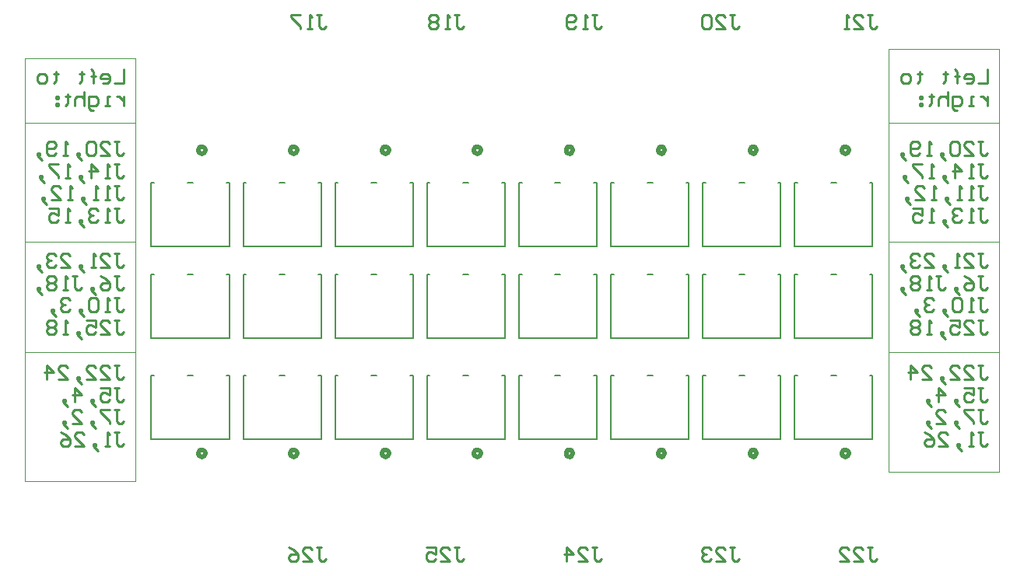
<source format=gbo>
G04*
G04 #@! TF.GenerationSoftware,Altium Limited,Altium Designer,21.1.1 (26)*
G04*
G04 Layer_Color=32896*
%FSLAX25Y25*%
%MOIN*%
G70*
G04*
G04 #@! TF.SameCoordinates,58CD008A-62D3-454E-892D-416297C2E113*
G04*
G04*
G04 #@! TF.FilePolarity,Positive*
G04*
G01*
G75*
%ADD12C,0.01000*%
%ADD31C,0.02000*%
%ADD32C,0.00394*%
%ADD33C,0.00600*%
D12*
X164354Y357473D02*
Y351475D01*
X160356D01*
X155357D02*
X157357D01*
X158356Y352474D01*
Y354474D01*
X157357Y355473D01*
X155357D01*
X154358Y354474D01*
Y353474D01*
X158356D01*
X151358Y351475D02*
Y356473D01*
Y354474D01*
X152358D01*
X150359D01*
X151358D01*
Y356473D01*
X150359Y357473D01*
X146360Y356473D02*
Y355473D01*
X147360D01*
X145361D01*
X146360D01*
Y352474D01*
X145361Y351475D01*
X135364Y356473D02*
Y355473D01*
X136363D01*
X134364D01*
X135364D01*
Y352474D01*
X134364Y351475D01*
X130365D02*
X128366D01*
X127366Y352474D01*
Y354474D01*
X128366Y355473D01*
X130365D01*
X131365Y354474D01*
Y352474D01*
X130365Y351475D01*
X164354Y345876D02*
Y341877D01*
Y343877D01*
X163355Y344876D01*
X162355Y345876D01*
X161355D01*
X158356Y341877D02*
X156357D01*
X157357D01*
Y345876D01*
X158356D01*
X151358Y339878D02*
X150359D01*
X149359Y340878D01*
Y345876D01*
X152358D01*
X153358Y344876D01*
Y342877D01*
X152358Y341877D01*
X149359D01*
X147360Y347875D02*
Y341877D01*
Y344876D01*
X146360Y345876D01*
X144361D01*
X143361Y344876D01*
Y341877D01*
X140362Y346876D02*
Y345876D01*
X141362D01*
X139362D01*
X140362D01*
Y342877D01*
X139362Y341877D01*
X136363Y345876D02*
X135364D01*
Y344876D01*
X136363D01*
Y345876D01*
Y342877D02*
X135364D01*
Y341877D01*
X136363D01*
Y342877D01*
X160356Y326680D02*
X162355D01*
X161355D01*
Y321682D01*
X162355Y320683D01*
X163355D01*
X164354Y321682D01*
X154358Y320683D02*
X158356D01*
X154358Y324681D01*
Y325681D01*
X155357Y326680D01*
X157357D01*
X158356Y325681D01*
X152358D02*
X151358Y326680D01*
X149359D01*
X148360Y325681D01*
Y321682D01*
X149359Y320683D01*
X151358D01*
X152358Y321682D01*
Y325681D01*
X145361Y319683D02*
X144361Y320683D01*
Y321682D01*
X145361D01*
Y320683D01*
X144361D01*
X145361Y319683D01*
X146360Y318683D01*
X140362Y320683D02*
X138363D01*
X139362D01*
Y326680D01*
X140362Y325681D01*
X135364Y321682D02*
X134364Y320683D01*
X132365D01*
X131365Y321682D01*
Y325681D01*
X132365Y326680D01*
X134364D01*
X135364Y325681D01*
Y324681D01*
X134364Y323681D01*
X131365D01*
X128366Y319683D02*
X127366Y320683D01*
Y321682D01*
X128366D01*
Y320683D01*
X127366D01*
X128366Y319683D01*
X129366Y318683D01*
X160356Y317083D02*
X162355D01*
X161355D01*
Y312085D01*
X162355Y311085D01*
X163355D01*
X164354Y312085D01*
X158356Y311085D02*
X156357D01*
X157357D01*
Y317083D01*
X158356Y316083D01*
X150359Y311085D02*
Y317083D01*
X153358Y314084D01*
X149359D01*
X146360Y310085D02*
X145361Y311085D01*
Y312085D01*
X146360D01*
Y311085D01*
X145361D01*
X146360Y310085D01*
X147360Y309085D01*
X141362Y311085D02*
X139362D01*
X140362D01*
Y317083D01*
X141362Y316083D01*
X136363Y317083D02*
X132365D01*
Y316083D01*
X136363Y312085D01*
Y311085D01*
X129366Y310085D02*
X128366Y311085D01*
Y312085D01*
X129366D01*
Y311085D01*
X128366D01*
X129366Y310085D01*
X130365Y309085D01*
X160356Y307485D02*
X162355D01*
X161355D01*
Y302487D01*
X162355Y301487D01*
X163355D01*
X164354Y302487D01*
X158356Y301487D02*
X156357D01*
X157357D01*
Y307485D01*
X158356Y306486D01*
X153358Y301487D02*
X151358D01*
X152358D01*
Y307485D01*
X153358Y306486D01*
X147360Y300487D02*
X146360Y301487D01*
Y302487D01*
X147360D01*
Y301487D01*
X146360D01*
X147360Y300487D01*
X148360Y299488D01*
X142361Y301487D02*
X140362D01*
X141362D01*
Y307485D01*
X142361Y306486D01*
X133364Y301487D02*
X137363D01*
X133364Y305486D01*
Y306486D01*
X134364Y307485D01*
X136363D01*
X137363Y306486D01*
X130365Y300487D02*
X129366Y301487D01*
Y302487D01*
X130365D01*
Y301487D01*
X129366D01*
X130365Y300487D01*
X131365Y299488D01*
X160356Y297887D02*
X162355D01*
X161355D01*
Y292889D01*
X162355Y291889D01*
X163355D01*
X164354Y292889D01*
X158356Y291889D02*
X156357D01*
X157357D01*
Y297887D01*
X158356Y296888D01*
X153358D02*
X152358Y297887D01*
X150359D01*
X149359Y296888D01*
Y295888D01*
X150359Y294888D01*
X151358D01*
X150359D01*
X149359Y293889D01*
Y292889D01*
X150359Y291889D01*
X152358D01*
X153358Y292889D01*
X146360Y290890D02*
X145361Y291889D01*
Y292889D01*
X146360D01*
Y291889D01*
X145361D01*
X146360Y290890D01*
X147360Y289890D01*
X141362Y291889D02*
X139362D01*
X140362D01*
Y297887D01*
X141362Y296888D01*
X132365Y297887D02*
X136363D01*
Y294888D01*
X134364Y295888D01*
X133364D01*
X132365Y294888D01*
Y292889D01*
X133364Y291889D01*
X135364D01*
X136363Y292889D01*
X160356Y278692D02*
X162355D01*
X161355D01*
Y273694D01*
X162355Y272694D01*
X163355D01*
X164354Y273694D01*
X154358Y272694D02*
X158356D01*
X154358Y276693D01*
Y277693D01*
X155357Y278692D01*
X157357D01*
X158356Y277693D01*
X152358Y272694D02*
X150359D01*
X151358D01*
Y278692D01*
X152358Y277693D01*
X146360Y271694D02*
X145361Y272694D01*
Y273694D01*
X146360D01*
Y272694D01*
X145361D01*
X146360Y271694D01*
X147360Y270695D01*
X137363Y272694D02*
X141362D01*
X137363Y276693D01*
Y277693D01*
X138363Y278692D01*
X140362D01*
X141362Y277693D01*
X135364D02*
X134364Y278692D01*
X132365D01*
X131365Y277693D01*
Y276693D01*
X132365Y275693D01*
X133364D01*
X132365D01*
X131365Y274693D01*
Y273694D01*
X132365Y272694D01*
X134364D01*
X135364Y273694D01*
X128366Y271694D02*
X127366Y272694D01*
Y273694D01*
X128366D01*
Y272694D01*
X127366D01*
X128366Y271694D01*
X129366Y270695D01*
X160356Y269094D02*
X162355D01*
X161355D01*
Y264096D01*
X162355Y263096D01*
X163355D01*
X164354Y264096D01*
X154358Y269094D02*
X156357Y268095D01*
X158356Y266095D01*
Y264096D01*
X157357Y263096D01*
X155357D01*
X154358Y264096D01*
Y265096D01*
X155357Y266095D01*
X158356D01*
X151358Y262097D02*
X150359Y263096D01*
Y264096D01*
X151358D01*
Y263096D01*
X150359D01*
X151358Y262097D01*
X152358Y261097D01*
X142361Y269094D02*
X144361D01*
X143361D01*
Y264096D01*
X144361Y263096D01*
X145361D01*
X146360Y264096D01*
X140362Y263096D02*
X138363D01*
X139362D01*
Y269094D01*
X140362Y268095D01*
X135364D02*
X134364Y269094D01*
X132365D01*
X131365Y268095D01*
Y267095D01*
X132365Y266095D01*
X131365Y265096D01*
Y264096D01*
X132365Y263096D01*
X134364D01*
X135364Y264096D01*
Y265096D01*
X134364Y266095D01*
X135364Y267095D01*
Y268095D01*
X134364Y266095D02*
X132365D01*
X128366Y262097D02*
X127366Y263096D01*
Y264096D01*
X128366D01*
Y263096D01*
X127366D01*
X128366Y262097D01*
X129366Y261097D01*
X160356Y259497D02*
X162355D01*
X161355D01*
Y254498D01*
X162355Y253499D01*
X163355D01*
X164354Y254498D01*
X158356Y253499D02*
X156357D01*
X157357D01*
Y259497D01*
X158356Y258497D01*
X153358D02*
X152358Y259497D01*
X150359D01*
X149359Y258497D01*
Y254498D01*
X150359Y253499D01*
X152358D01*
X153358Y254498D01*
Y258497D01*
X146360Y252499D02*
X145361Y253499D01*
Y254498D01*
X146360D01*
Y253499D01*
X145361D01*
X146360Y252499D01*
X147360Y251499D01*
X141362Y258497D02*
X140362Y259497D01*
X138363D01*
X137363Y258497D01*
Y257498D01*
X138363Y256498D01*
X139362D01*
X138363D01*
X137363Y255498D01*
Y254498D01*
X138363Y253499D01*
X140362D01*
X141362Y254498D01*
X134364Y252499D02*
X133364Y253499D01*
Y254498D01*
X134364D01*
Y253499D01*
X133364D01*
X134364Y252499D01*
X135364Y251499D01*
X160356Y249899D02*
X162355D01*
X161355D01*
Y244901D01*
X162355Y243901D01*
X163355D01*
X164354Y244901D01*
X154358Y243901D02*
X158356D01*
X154358Y247900D01*
Y248900D01*
X155357Y249899D01*
X157357D01*
X158356Y248900D01*
X148360Y249899D02*
X152358D01*
Y246900D01*
X150359Y247900D01*
X149359D01*
X148360Y246900D01*
Y244901D01*
X149359Y243901D01*
X151358D01*
X152358Y244901D01*
X145361Y242901D02*
X144361Y243901D01*
Y244901D01*
X145361D01*
Y243901D01*
X144361D01*
X145361Y242901D01*
X146360Y241902D01*
X140362Y243901D02*
X138363D01*
X139362D01*
Y249899D01*
X140362Y248900D01*
X135364D02*
X134364Y249899D01*
X132365D01*
X131365Y248900D01*
Y247900D01*
X132365Y246900D01*
X131365Y245900D01*
Y244901D01*
X132365Y243901D01*
X134364D01*
X135364Y244901D01*
Y245900D01*
X134364Y246900D01*
X135364Y247900D01*
Y248900D01*
X134364Y246900D02*
X132365D01*
X160356Y230704D02*
X162355D01*
X161355D01*
Y225705D01*
X162355Y224706D01*
X163355D01*
X164354Y225705D01*
X154358Y224706D02*
X158356D01*
X154358Y228705D01*
Y229704D01*
X155357Y230704D01*
X157357D01*
X158356Y229704D01*
X148360Y224706D02*
X152358D01*
X148360Y228705D01*
Y229704D01*
X149359Y230704D01*
X151358D01*
X152358Y229704D01*
X145361Y223706D02*
X144361Y224706D01*
Y225705D01*
X145361D01*
Y224706D01*
X144361D01*
X145361Y223706D01*
X146360Y222706D01*
X136363Y224706D02*
X140362D01*
X136363Y228705D01*
Y229704D01*
X137363Y230704D01*
X139362D01*
X140362Y229704D01*
X131365Y224706D02*
Y230704D01*
X134364Y227705D01*
X130365D01*
X160356Y221106D02*
X162355D01*
X161355D01*
Y216108D01*
X162355Y215108D01*
X163355D01*
X164354Y216108D01*
X154358Y221106D02*
X158356D01*
Y218107D01*
X156357Y219107D01*
X155357D01*
X154358Y218107D01*
Y216108D01*
X155357Y215108D01*
X157357D01*
X158356Y216108D01*
X151358Y214108D02*
X150359Y215108D01*
Y216108D01*
X151358D01*
Y215108D01*
X150359D01*
X151358Y214108D01*
X152358Y213109D01*
X143361Y215108D02*
Y221106D01*
X146360Y218107D01*
X142361D01*
X139362Y214108D02*
X138363Y215108D01*
Y216108D01*
X139362D01*
Y215108D01*
X138363D01*
X139362Y214108D01*
X140362Y213109D01*
X160356Y211508D02*
X162355D01*
X161355D01*
Y206510D01*
X162355Y205510D01*
X163355D01*
X164354Y206510D01*
X158356Y211508D02*
X154358D01*
Y210509D01*
X158356Y206510D01*
Y205510D01*
X151358Y204511D02*
X150359Y205510D01*
Y206510D01*
X151358D01*
Y205510D01*
X150359D01*
X151358Y204511D01*
X152358Y203511D01*
X142361Y205510D02*
X146360D01*
X142361Y209509D01*
Y210509D01*
X143361Y211508D01*
X145361D01*
X146360Y210509D01*
X139362Y204511D02*
X138363Y205510D01*
Y206510D01*
X139362D01*
Y205510D01*
X138363D01*
X139362Y204511D01*
X140362Y203511D01*
X160356Y201911D02*
X162355D01*
X161355D01*
Y196912D01*
X162355Y195913D01*
X163355D01*
X164354Y196912D01*
X158356Y195913D02*
X156357D01*
X157357D01*
Y201911D01*
X158356Y200911D01*
X152358Y194913D02*
X151358Y195913D01*
Y196912D01*
X152358D01*
Y195913D01*
X151358D01*
X152358Y194913D01*
X153358Y193913D01*
X143361Y195913D02*
X147360D01*
X143361Y199911D01*
Y200911D01*
X144361Y201911D01*
X146360D01*
X147360Y200911D01*
X137363Y201911D02*
X139362Y200911D01*
X141362Y198912D01*
Y196912D01*
X140362Y195913D01*
X138363D01*
X137363Y196912D01*
Y197912D01*
X138363Y198912D01*
X141362D01*
X534433Y357473D02*
Y351475D01*
X530434D01*
X525436D02*
X527435D01*
X528435Y352474D01*
Y354474D01*
X527435Y355473D01*
X525436D01*
X524436Y354474D01*
Y353474D01*
X528435D01*
X521437Y351475D02*
Y356473D01*
Y354474D01*
X522437D01*
X520438D01*
X521437D01*
Y356473D01*
X520438Y357473D01*
X516439Y356473D02*
Y355473D01*
X517439D01*
X515439D01*
X516439D01*
Y352474D01*
X515439Y351475D01*
X505442Y356473D02*
Y355473D01*
X506442D01*
X504443D01*
X505442D01*
Y352474D01*
X504443Y351475D01*
X500444D02*
X498445D01*
X497445Y352474D01*
Y354474D01*
X498445Y355473D01*
X500444D01*
X501444Y354474D01*
Y352474D01*
X500444Y351475D01*
X534433Y345876D02*
Y341877D01*
Y343877D01*
X533433Y344876D01*
X532434Y345876D01*
X531434D01*
X528435Y341877D02*
X526436D01*
X527435D01*
Y345876D01*
X528435D01*
X521437Y339878D02*
X520438D01*
X519438Y340878D01*
Y345876D01*
X522437D01*
X523437Y344876D01*
Y342877D01*
X522437Y341877D01*
X519438D01*
X517439Y347875D02*
Y341877D01*
Y344876D01*
X516439Y345876D01*
X514439D01*
X513440Y344876D01*
Y341877D01*
X510441Y346876D02*
Y345876D01*
X511441D01*
X509441D01*
X510441D01*
Y342877D01*
X509441Y341877D01*
X506442Y345876D02*
X505442D01*
Y344876D01*
X506442D01*
Y345876D01*
Y342877D02*
X505442D01*
Y341877D01*
X506442D01*
Y342877D01*
X530434Y326680D02*
X532434D01*
X531434D01*
Y321682D01*
X532434Y320683D01*
X533433D01*
X534433Y321682D01*
X524436Y320683D02*
X528435D01*
X524436Y324681D01*
Y325681D01*
X525436Y326680D01*
X527435D01*
X528435Y325681D01*
X522437D02*
X521437Y326680D01*
X519438D01*
X518438Y325681D01*
Y321682D01*
X519438Y320683D01*
X521437D01*
X522437Y321682D01*
Y325681D01*
X515439Y319683D02*
X514439Y320683D01*
Y321682D01*
X515439D01*
Y320683D01*
X514439D01*
X515439Y319683D01*
X516439Y318683D01*
X510441Y320683D02*
X508441D01*
X509441D01*
Y326680D01*
X510441Y325681D01*
X505442Y321682D02*
X504443Y320683D01*
X502443D01*
X501444Y321682D01*
Y325681D01*
X502443Y326680D01*
X504443D01*
X505442Y325681D01*
Y324681D01*
X504443Y323681D01*
X501444D01*
X498445Y319683D02*
X497445Y320683D01*
Y321682D01*
X498445D01*
Y320683D01*
X497445D01*
X498445Y319683D01*
X499444Y318683D01*
X530434Y317083D02*
X532434D01*
X531434D01*
Y312085D01*
X532434Y311085D01*
X533433D01*
X534433Y312085D01*
X528435Y311085D02*
X526436D01*
X527435D01*
Y317083D01*
X528435Y316083D01*
X520438Y311085D02*
Y317083D01*
X523437Y314084D01*
X519438D01*
X516439Y310085D02*
X515439Y311085D01*
Y312085D01*
X516439D01*
Y311085D01*
X515439D01*
X516439Y310085D01*
X517439Y309085D01*
X511441Y311085D02*
X509441D01*
X510441D01*
Y317083D01*
X511441Y316083D01*
X506442Y317083D02*
X502443D01*
Y316083D01*
X506442Y312085D01*
Y311085D01*
X499444Y310085D02*
X498445Y311085D01*
Y312085D01*
X499444D01*
Y311085D01*
X498445D01*
X499444Y310085D01*
X500444Y309085D01*
X530434Y307485D02*
X532434D01*
X531434D01*
Y302487D01*
X532434Y301487D01*
X533433D01*
X534433Y302487D01*
X528435Y301487D02*
X526436D01*
X527435D01*
Y307485D01*
X528435Y306486D01*
X523437Y301487D02*
X521437D01*
X522437D01*
Y307485D01*
X523437Y306486D01*
X517439Y300487D02*
X516439Y301487D01*
Y302487D01*
X517439D01*
Y301487D01*
X516439D01*
X517439Y300487D01*
X518438Y299488D01*
X512440Y301487D02*
X510441D01*
X511441D01*
Y307485D01*
X512440Y306486D01*
X503443Y301487D02*
X507442D01*
X503443Y305486D01*
Y306486D01*
X504443Y307485D01*
X506442D01*
X507442Y306486D01*
X500444Y300487D02*
X499444Y301487D01*
Y302487D01*
X500444D01*
Y301487D01*
X499444D01*
X500444Y300487D01*
X501444Y299488D01*
X530434Y297887D02*
X532434D01*
X531434D01*
Y292889D01*
X532434Y291889D01*
X533433D01*
X534433Y292889D01*
X528435Y291889D02*
X526436D01*
X527435D01*
Y297887D01*
X528435Y296888D01*
X523437D02*
X522437Y297887D01*
X520438D01*
X519438Y296888D01*
Y295888D01*
X520438Y294888D01*
X521437D01*
X520438D01*
X519438Y293889D01*
Y292889D01*
X520438Y291889D01*
X522437D01*
X523437Y292889D01*
X516439Y290890D02*
X515439Y291889D01*
Y292889D01*
X516439D01*
Y291889D01*
X515439D01*
X516439Y290890D01*
X517439Y289890D01*
X511441Y291889D02*
X509441D01*
X510441D01*
Y297887D01*
X511441Y296888D01*
X502443Y297887D02*
X506442D01*
Y294888D01*
X504443Y295888D01*
X503443D01*
X502443Y294888D01*
Y292889D01*
X503443Y291889D01*
X505442D01*
X506442Y292889D01*
X530434Y278692D02*
X532434D01*
X531434D01*
Y273694D01*
X532434Y272694D01*
X533433D01*
X534433Y273694D01*
X524436Y272694D02*
X528435D01*
X524436Y276693D01*
Y277693D01*
X525436Y278692D01*
X527435D01*
X528435Y277693D01*
X522437Y272694D02*
X520438D01*
X521437D01*
Y278692D01*
X522437Y277693D01*
X516439Y271694D02*
X515439Y272694D01*
Y273694D01*
X516439D01*
Y272694D01*
X515439D01*
X516439Y271694D01*
X517439Y270695D01*
X507442Y272694D02*
X511441D01*
X507442Y276693D01*
Y277693D01*
X508441Y278692D01*
X510441D01*
X511441Y277693D01*
X505442D02*
X504443Y278692D01*
X502443D01*
X501444Y277693D01*
Y276693D01*
X502443Y275693D01*
X503443D01*
X502443D01*
X501444Y274693D01*
Y273694D01*
X502443Y272694D01*
X504443D01*
X505442Y273694D01*
X498445Y271694D02*
X497445Y272694D01*
Y273694D01*
X498445D01*
Y272694D01*
X497445D01*
X498445Y271694D01*
X499444Y270695D01*
X530434Y269094D02*
X532434D01*
X531434D01*
Y264096D01*
X532434Y263096D01*
X533433D01*
X534433Y264096D01*
X524436Y269094D02*
X526436Y268095D01*
X528435Y266095D01*
Y264096D01*
X527435Y263096D01*
X525436D01*
X524436Y264096D01*
Y265096D01*
X525436Y266095D01*
X528435D01*
X521437Y262097D02*
X520438Y263096D01*
Y264096D01*
X521437D01*
Y263096D01*
X520438D01*
X521437Y262097D01*
X522437Y261097D01*
X512440Y269094D02*
X514439D01*
X513440D01*
Y264096D01*
X514439Y263096D01*
X515439D01*
X516439Y264096D01*
X510441Y263096D02*
X508441D01*
X509441D01*
Y269094D01*
X510441Y268095D01*
X505442D02*
X504443Y269094D01*
X502443D01*
X501444Y268095D01*
Y267095D01*
X502443Y266095D01*
X501444Y265096D01*
Y264096D01*
X502443Y263096D01*
X504443D01*
X505442Y264096D01*
Y265096D01*
X504443Y266095D01*
X505442Y267095D01*
Y268095D01*
X504443Y266095D02*
X502443D01*
X498445Y262097D02*
X497445Y263096D01*
Y264096D01*
X498445D01*
Y263096D01*
X497445D01*
X498445Y262097D01*
X499444Y261097D01*
X530434Y259497D02*
X532434D01*
X531434D01*
Y254498D01*
X532434Y253499D01*
X533433D01*
X534433Y254498D01*
X528435Y253499D02*
X526436D01*
X527435D01*
Y259497D01*
X528435Y258497D01*
X523437D02*
X522437Y259497D01*
X520438D01*
X519438Y258497D01*
Y254498D01*
X520438Y253499D01*
X522437D01*
X523437Y254498D01*
Y258497D01*
X516439Y252499D02*
X515439Y253499D01*
Y254498D01*
X516439D01*
Y253499D01*
X515439D01*
X516439Y252499D01*
X517439Y251499D01*
X511441Y258497D02*
X510441Y259497D01*
X508441D01*
X507442Y258497D01*
Y257498D01*
X508441Y256498D01*
X509441D01*
X508441D01*
X507442Y255498D01*
Y254498D01*
X508441Y253499D01*
X510441D01*
X511441Y254498D01*
X504443Y252499D02*
X503443Y253499D01*
Y254498D01*
X504443D01*
Y253499D01*
X503443D01*
X504443Y252499D01*
X505442Y251499D01*
X530434Y249899D02*
X532434D01*
X531434D01*
Y244901D01*
X532434Y243901D01*
X533433D01*
X534433Y244901D01*
X524436Y243901D02*
X528435D01*
X524436Y247900D01*
Y248900D01*
X525436Y249899D01*
X527435D01*
X528435Y248900D01*
X518438Y249899D02*
X522437D01*
Y246900D01*
X520438Y247900D01*
X519438D01*
X518438Y246900D01*
Y244901D01*
X519438Y243901D01*
X521437D01*
X522437Y244901D01*
X515439Y242901D02*
X514439Y243901D01*
Y244901D01*
X515439D01*
Y243901D01*
X514439D01*
X515439Y242901D01*
X516439Y241902D01*
X510441Y243901D02*
X508441D01*
X509441D01*
Y249899D01*
X510441Y248900D01*
X505442D02*
X504443Y249899D01*
X502443D01*
X501444Y248900D01*
Y247900D01*
X502443Y246900D01*
X501444Y245900D01*
Y244901D01*
X502443Y243901D01*
X504443D01*
X505442Y244901D01*
Y245900D01*
X504443Y246900D01*
X505442Y247900D01*
Y248900D01*
X504443Y246900D02*
X502443D01*
X530434Y230704D02*
X532434D01*
X531434D01*
Y225705D01*
X532434Y224706D01*
X533433D01*
X534433Y225705D01*
X524436Y224706D02*
X528435D01*
X524436Y228705D01*
Y229704D01*
X525436Y230704D01*
X527435D01*
X528435Y229704D01*
X518438Y224706D02*
X522437D01*
X518438Y228705D01*
Y229704D01*
X519438Y230704D01*
X521437D01*
X522437Y229704D01*
X515439Y223706D02*
X514439Y224706D01*
Y225705D01*
X515439D01*
Y224706D01*
X514439D01*
X515439Y223706D01*
X516439Y222706D01*
X506442Y224706D02*
X510441D01*
X506442Y228705D01*
Y229704D01*
X507442Y230704D01*
X509441D01*
X510441Y229704D01*
X501444Y224706D02*
Y230704D01*
X504443Y227705D01*
X500444D01*
X530434Y221106D02*
X532434D01*
X531434D01*
Y216108D01*
X532434Y215108D01*
X533433D01*
X534433Y216108D01*
X524436Y221106D02*
X528435D01*
Y218107D01*
X526436Y219107D01*
X525436D01*
X524436Y218107D01*
Y216108D01*
X525436Y215108D01*
X527435D01*
X528435Y216108D01*
X521437Y214108D02*
X520438Y215108D01*
Y216108D01*
X521437D01*
Y215108D01*
X520438D01*
X521437Y214108D01*
X522437Y213109D01*
X513440Y215108D02*
Y221106D01*
X516439Y218107D01*
X512440D01*
X509441Y214108D02*
X508441Y215108D01*
Y216108D01*
X509441D01*
Y215108D01*
X508441D01*
X509441Y214108D01*
X510441Y213109D01*
X530434Y211508D02*
X532434D01*
X531434D01*
Y206510D01*
X532434Y205510D01*
X533433D01*
X534433Y206510D01*
X528435Y211508D02*
X524436D01*
Y210509D01*
X528435Y206510D01*
Y205510D01*
X521437Y204511D02*
X520438Y205510D01*
Y206510D01*
X521437D01*
Y205510D01*
X520438D01*
X521437Y204511D01*
X522437Y203511D01*
X512440Y205510D02*
X516439D01*
X512440Y209509D01*
Y210509D01*
X513440Y211508D01*
X515439D01*
X516439Y210509D01*
X509441Y204511D02*
X508441Y205510D01*
Y206510D01*
X509441D01*
Y205510D01*
X508441D01*
X509441Y204511D01*
X510441Y203511D01*
X530434Y201911D02*
X532434D01*
X531434D01*
Y196912D01*
X532434Y195913D01*
X533433D01*
X534433Y196912D01*
X528435Y195913D02*
X526436D01*
X527435D01*
Y201911D01*
X528435Y200911D01*
X522437Y194913D02*
X521437Y195913D01*
Y196912D01*
X522437D01*
Y195913D01*
X521437D01*
X522437Y194913D01*
X523437Y193913D01*
X513440Y195913D02*
X517439D01*
X513440Y199911D01*
Y200911D01*
X514439Y201911D01*
X516439D01*
X517439Y200911D01*
X507442Y201911D02*
X509441Y200911D01*
X511441Y198912D01*
Y196912D01*
X510441Y195913D01*
X508441D01*
X507442Y196912D01*
Y197912D01*
X508441Y198912D01*
X511441D01*
X483190Y152667D02*
X485190D01*
X484190D01*
Y147669D01*
X485190Y146669D01*
X486189D01*
X487189Y147669D01*
X477192Y146669D02*
X481191D01*
X477192Y150668D01*
Y151668D01*
X478192Y152667D01*
X480191D01*
X481191Y151668D01*
X471194Y146669D02*
X475193D01*
X471194Y150668D01*
Y151668D01*
X472194Y152667D01*
X474193D01*
X475193Y151668D01*
X424135Y152667D02*
X426134D01*
X425135D01*
Y147669D01*
X426134Y146669D01*
X427134D01*
X428134Y147669D01*
X418137Y146669D02*
X422136D01*
X418137Y150668D01*
Y151668D01*
X419137Y152667D01*
X421136D01*
X422136Y151668D01*
X416138D02*
X415138Y152667D01*
X413139D01*
X412139Y151668D01*
Y150668D01*
X413139Y149668D01*
X414138D01*
X413139D01*
X412139Y148669D01*
Y147669D01*
X413139Y146669D01*
X415138D01*
X416138Y147669D01*
X365080Y152667D02*
X367079D01*
X366080D01*
Y147669D01*
X367079Y146669D01*
X368079D01*
X369079Y147669D01*
X359082Y146669D02*
X363081D01*
X359082Y150668D01*
Y151668D01*
X360082Y152667D01*
X362081D01*
X363081Y151668D01*
X354084Y146669D02*
Y152667D01*
X357083Y149668D01*
X353084D01*
X306025Y152667D02*
X308024D01*
X307025D01*
Y147669D01*
X308024Y146669D01*
X309024D01*
X310024Y147669D01*
X300027Y146669D02*
X304026D01*
X300027Y150668D01*
Y151668D01*
X301027Y152667D01*
X303026D01*
X304026Y151668D01*
X294029Y152667D02*
X298027D01*
Y149668D01*
X296028Y150668D01*
X295028D01*
X294029Y149668D01*
Y147669D01*
X295028Y146669D01*
X297028D01*
X298027Y147669D01*
X246970Y152667D02*
X248969D01*
X247970D01*
Y147669D01*
X248969Y146669D01*
X249969D01*
X250969Y147669D01*
X240972Y146669D02*
X244970D01*
X240972Y150668D01*
Y151668D01*
X241971Y152667D01*
X243971D01*
X244970Y151668D01*
X234974Y152667D02*
X236973Y151668D01*
X238972Y149668D01*
Y147669D01*
X237973Y146669D01*
X235973D01*
X234974Y147669D01*
Y148669D01*
X235973Y149668D01*
X238972D01*
X483190Y381014D02*
X485190D01*
X484190D01*
Y376015D01*
X485190Y375016D01*
X486189D01*
X487189Y376015D01*
X477192Y375016D02*
X481191D01*
X477192Y379014D01*
Y380014D01*
X478192Y381014D01*
X480191D01*
X481191Y380014D01*
X475193Y375016D02*
X473194D01*
X474193D01*
Y381014D01*
X475193Y380014D01*
X424135Y381014D02*
X426134D01*
X425135D01*
Y376015D01*
X426134Y375016D01*
X427134D01*
X428134Y376015D01*
X418137Y375016D02*
X422136D01*
X418137Y379014D01*
Y380014D01*
X419137Y381014D01*
X421136D01*
X422136Y380014D01*
X416138D02*
X415138Y381014D01*
X413139D01*
X412139Y380014D01*
Y376015D01*
X413139Y375016D01*
X415138D01*
X416138Y376015D01*
Y380014D01*
X365080Y381014D02*
X367079D01*
X366080D01*
Y376015D01*
X367079Y375016D01*
X368079D01*
X369079Y376015D01*
X363081Y375016D02*
X361081D01*
X362081D01*
Y381014D01*
X363081Y380014D01*
X358082Y376015D02*
X357083Y375016D01*
X355083D01*
X354084Y376015D01*
Y380014D01*
X355083Y381014D01*
X357083D01*
X358082Y380014D01*
Y379014D01*
X357083Y378015D01*
X354084D01*
X306025Y381014D02*
X308024D01*
X307025D01*
Y376015D01*
X308024Y375016D01*
X309024D01*
X310024Y376015D01*
X304026Y375016D02*
X302026D01*
X303026D01*
Y381014D01*
X304026Y380014D01*
X299027D02*
X298027Y381014D01*
X296028D01*
X295028Y380014D01*
Y379014D01*
X296028Y378015D01*
X295028Y377015D01*
Y376015D01*
X296028Y375016D01*
X298027D01*
X299027Y376015D01*
Y377015D01*
X298027Y378015D01*
X299027Y379014D01*
Y380014D01*
X298027Y378015D02*
X296028D01*
X246970Y381014D02*
X248969D01*
X247970D01*
Y376015D01*
X248969Y375016D01*
X249969D01*
X250969Y376015D01*
X244970Y375016D02*
X242971D01*
X243971D01*
Y381014D01*
X244970Y380014D01*
X239972Y381014D02*
X235973D01*
Y380014D01*
X239972Y376015D01*
Y375016D01*
D31*
X199335Y322835D02*
X198984Y323799D01*
X198095Y324312D01*
X197085Y324134D01*
X196425Y323348D01*
Y322322D01*
X197085Y321536D01*
X198095Y321357D01*
X198984Y321870D01*
X199335Y322835D01*
X238705D02*
X238354Y323799D01*
X237465Y324312D01*
X236455Y324134D01*
X235795Y323348D01*
Y322322D01*
X236455Y321536D01*
X237465Y321357D01*
X238354Y321870D01*
X238705Y322835D01*
X199335D02*
X198984Y323799D01*
X198095Y324312D01*
X197085Y324134D01*
X196425Y323348D01*
Y322322D01*
X197085Y321536D01*
X198095Y321357D01*
X198984Y321870D01*
X199335Y322835D01*
X238705D02*
X238354Y323799D01*
X237465Y324312D01*
X236455Y324134D01*
X235795Y323348D01*
Y322322D01*
X236455Y321536D01*
X237465Y321357D01*
X238354Y321870D01*
X238705Y322835D01*
X278075D02*
X277724Y323799D01*
X276835Y324312D01*
X275825Y324134D01*
X275165Y323348D01*
Y322322D01*
X275825Y321536D01*
X276835Y321357D01*
X277724Y321870D01*
X278075Y322835D01*
X317445D02*
X317094Y323799D01*
X316205Y324312D01*
X315195Y324134D01*
X314535Y323348D01*
Y322322D01*
X315195Y321536D01*
X316205Y321357D01*
X317094Y321870D01*
X317445Y322835D01*
X356815D02*
X356464Y323799D01*
X355575Y324312D01*
X354565Y324134D01*
X353905Y323348D01*
Y322322D01*
X354565Y321536D01*
X355575Y321357D01*
X356464Y321870D01*
X356815Y322835D01*
X396185D02*
X395834Y323799D01*
X394946Y324312D01*
X393935Y324134D01*
X393275Y323348D01*
Y322322D01*
X393935Y321536D01*
X394946Y321357D01*
X395834Y321870D01*
X396185Y322835D01*
X435555D02*
X435204Y323799D01*
X434316Y324312D01*
X433305Y324134D01*
X432646Y323348D01*
Y322322D01*
X433305Y321536D01*
X434316Y321357D01*
X435204Y321870D01*
X435555Y322835D01*
X474925D02*
X474574Y323799D01*
X473686Y324312D01*
X472675Y324134D01*
X472016Y323348D01*
Y322322D01*
X472675Y321536D01*
X473686Y321357D01*
X474574Y321870D01*
X474925Y322835D01*
X435555Y192913D02*
X435204Y193878D01*
X434316Y194391D01*
X433305Y194212D01*
X432646Y193426D01*
Y192400D01*
X433305Y191614D01*
X434316Y191436D01*
X435204Y191949D01*
X435555Y192913D01*
X435204Y193878D01*
X434316Y194391D01*
X433305Y194212D01*
X432646Y193426D01*
Y192400D01*
X433305Y191614D01*
X434316Y191436D01*
X435204Y191949D01*
X435555Y192913D01*
X474925D02*
X474574Y193878D01*
X473686Y194391D01*
X472675Y194212D01*
X472016Y193426D01*
Y192400D01*
X472675Y191614D01*
X473686Y191436D01*
X474574Y191949D01*
X474925Y192913D01*
X474574Y193878D01*
X473686Y194391D01*
X472675Y194212D01*
X472016Y193426D01*
Y192400D01*
X472675Y191614D01*
X473686Y191436D01*
X474574Y191949D01*
X474925Y192913D01*
X396185Y322835D02*
X395834Y323799D01*
X394946Y324312D01*
X393935Y324134D01*
X393275Y323348D01*
Y322322D01*
X393935Y321536D01*
X394946Y321357D01*
X395834Y321870D01*
X396185Y322835D01*
X356815D02*
X356464Y323799D01*
X355575Y324312D01*
X354565Y324134D01*
X353905Y323348D01*
Y322322D01*
X354565Y321536D01*
X355575Y321357D01*
X356464Y321870D01*
X356815Y322835D01*
X474925D02*
X474574Y323799D01*
X473686Y324312D01*
X472675Y324134D01*
X472016Y323348D01*
Y322322D01*
X472675Y321536D01*
X473686Y321357D01*
X474574Y321870D01*
X474925Y322835D01*
X435555D02*
X435204Y323799D01*
X434316Y324312D01*
X433305Y324134D01*
X432646Y323348D01*
Y322322D01*
X433305Y321536D01*
X434316Y321357D01*
X435204Y321870D01*
X435555Y322835D01*
X317445Y192913D02*
X317094Y193878D01*
X316205Y194391D01*
X315195Y194212D01*
X314535Y193426D01*
Y192400D01*
X315195Y191614D01*
X316205Y191436D01*
X317094Y191949D01*
X317445Y192913D01*
X317094Y193878D01*
X316205Y194391D01*
X315195Y194212D01*
X314535Y193426D01*
Y192400D01*
X315195Y191614D01*
X316205Y191436D01*
X317094Y191949D01*
X317445Y192913D01*
X356815D02*
X356464Y193878D01*
X355575Y194391D01*
X354565Y194212D01*
X353905Y193426D01*
Y192400D01*
X354565Y191614D01*
X355575Y191436D01*
X356464Y191949D01*
X356815Y192913D01*
X356464Y193878D01*
X355575Y194391D01*
X354565Y194212D01*
X353905Y193426D01*
Y192400D01*
X354565Y191614D01*
X355575Y191436D01*
X356464Y191949D01*
X356815Y192913D01*
X396185D02*
X395834Y193878D01*
X394946Y194391D01*
X393935Y194212D01*
X393275Y193426D01*
Y192400D01*
X393935Y191614D01*
X394946Y191436D01*
X395834Y191949D01*
X396185Y192913D01*
X395834Y193878D01*
X394946Y194391D01*
X393935Y194212D01*
X393275Y193426D01*
Y192400D01*
X393935Y191614D01*
X394946Y191436D01*
X395834Y191949D01*
X396185Y192913D01*
X278075D02*
X277724Y193878D01*
X276835Y194391D01*
X275825Y194212D01*
X275165Y193426D01*
Y192400D01*
X275825Y191614D01*
X276835Y191436D01*
X277724Y191949D01*
X278075Y192913D01*
X277724Y193878D01*
X276835Y194391D01*
X275825Y194212D01*
X275165Y193426D01*
Y192400D01*
X275825Y191614D01*
X276835Y191436D01*
X277724Y191949D01*
X278075Y192913D01*
X238705D02*
X238354Y193878D01*
X237465Y194391D01*
X236455Y194212D01*
X235795Y193426D01*
Y192400D01*
X236455Y191614D01*
X237465Y191436D01*
X238354Y191949D01*
X238705Y192913D01*
X238354Y193878D01*
X237465Y194391D01*
X236455Y194212D01*
X235795Y193426D01*
Y192400D01*
X236455Y191614D01*
X237465Y191436D01*
X238354Y191949D01*
X238705Y192913D01*
X317445Y322835D02*
X317094Y323799D01*
X316205Y324312D01*
X315195Y324134D01*
X314535Y323348D01*
Y322322D01*
X315195Y321536D01*
X316205Y321357D01*
X317094Y321870D01*
X317445Y322835D01*
X278075D02*
X277724Y323799D01*
X276835Y324312D01*
X275825Y324134D01*
X275165Y323348D01*
Y322322D01*
X275825Y321536D01*
X276835Y321357D01*
X277724Y321870D01*
X278075Y322835D01*
X199335Y192913D02*
X198984Y193878D01*
X198095Y194391D01*
X197085Y194212D01*
X196425Y193426D01*
Y192400D01*
X197085Y191614D01*
X198095Y191436D01*
X198984Y191949D01*
X199335Y192913D01*
X198984Y193878D01*
X198095Y194391D01*
X197085Y194212D01*
X196425Y193426D01*
Y192400D01*
X197085Y191614D01*
X198095Y191436D01*
X198984Y191949D01*
X199335Y192913D01*
D32*
X169291Y354331D02*
Y362205D01*
X122047D02*
X169291D01*
X122047Y236221D02*
X169291D01*
X122047Y283465D02*
X169291D01*
X122047Y334646D02*
X169291D01*
X122047Y181102D02*
Y362205D01*
Y181102D02*
X169291D01*
Y354331D01*
X492126Y236221D02*
X539370D01*
X492126Y283465D02*
X539370D01*
X492126Y334646D02*
X539370D01*
Y358268D02*
Y366142D01*
X492126D02*
X539370D01*
X492126Y185039D02*
Y366142D01*
Y185039D02*
X539370D01*
Y358268D01*
D33*
X388602Y269555D02*
X390925D01*
X373064D02*
X374276D01*
X406464Y242255D02*
Y269555D01*
X373064Y242255D02*
X406464D01*
X373064D02*
Y269555D01*
X405251D02*
X406464D01*
X388602Y226248D02*
X390925D01*
X373064D02*
X374276D01*
X406464Y198948D02*
Y226248D01*
X373064Y198948D02*
X406464D01*
X373064D02*
Y226248D01*
X405251D02*
X406464D01*
X270492Y269555D02*
X272815D01*
X254954D02*
X256166D01*
X288353Y242255D02*
Y269555D01*
X254954Y242255D02*
X288353D01*
X254954D02*
Y269555D01*
X287141D02*
X288353D01*
X270492Y226248D02*
X272815D01*
X254954D02*
X256166D01*
X288353Y198948D02*
Y226248D01*
X254954Y198948D02*
X288353D01*
X254954D02*
Y226248D01*
X287141D02*
X288353D01*
X231122D02*
X233445D01*
X215583D02*
X216796D01*
X248984Y198948D02*
Y226248D01*
X215583Y198948D02*
X248984D01*
X215583D02*
Y226248D01*
X247771D02*
X248984D01*
X309862Y269555D02*
X312185D01*
X294324D02*
X295536D01*
X327724Y242255D02*
Y269555D01*
X294324Y242255D02*
X327724D01*
X294324D02*
Y269555D01*
X326511D02*
X327724D01*
X309862Y308926D02*
X312185D01*
X294324D02*
X295536D01*
X327724Y281626D02*
Y308926D01*
X294324Y281626D02*
X327724D01*
X294324D02*
Y308926D01*
X326511D02*
X327724D01*
X270492D02*
X272815D01*
X254954D02*
X256166D01*
X288353Y281626D02*
Y308926D01*
X254954Y281626D02*
X288353D01*
X254954D02*
Y308926D01*
X287141D02*
X288353D01*
X231122D02*
X233445D01*
X215583D02*
X216796D01*
X248984Y281626D02*
Y308926D01*
X215583Y281626D02*
X248984D01*
X215583D02*
Y308926D01*
X247771D02*
X248984D01*
X191752Y226248D02*
X194075D01*
X176213D02*
X177426D01*
X209613Y198948D02*
Y226248D01*
X176213Y198948D02*
X209613D01*
X176213D02*
Y226248D01*
X208401D02*
X209613D01*
X231122Y269555D02*
X233445D01*
X215583D02*
X216796D01*
X248984Y242255D02*
Y269555D01*
X215583Y242255D02*
X248984D01*
X215583D02*
Y269555D01*
X247771D02*
X248984D01*
X427973Y226248D02*
X430295D01*
X412434D02*
X413646D01*
X445834Y198948D02*
Y226248D01*
X412434Y198948D02*
X445834D01*
X412434D02*
Y226248D01*
X444621D02*
X445834D01*
X427973Y269555D02*
X430295D01*
X412434D02*
X413646D01*
X445834Y242255D02*
Y269555D01*
X412434Y242255D02*
X445834D01*
X412434D02*
Y269555D01*
X444621D02*
X445834D01*
X467343Y226248D02*
X469665D01*
X451804D02*
X453016D01*
X485204Y198948D02*
Y226248D01*
X451804Y198948D02*
X485204D01*
X451804D02*
Y226248D01*
X483991D02*
X485204D01*
X388602Y308926D02*
X390925D01*
X373064D02*
X374276D01*
X406464Y281626D02*
Y308926D01*
X373064Y281626D02*
X406464D01*
X373064D02*
Y308926D01*
X405251D02*
X406464D01*
X349232D02*
X351555D01*
X333694D02*
X334906D01*
X367094Y281626D02*
Y308926D01*
X333694Y281626D02*
X367094D01*
X333694D02*
Y308926D01*
X365881D02*
X367094D01*
X467343Y269555D02*
X469665D01*
X451804D02*
X453016D01*
X485204Y242255D02*
Y269555D01*
X451804Y242255D02*
X485204D01*
X451804D02*
Y269555D01*
X483991D02*
X485204D01*
X467343Y308926D02*
X469665D01*
X451804D02*
X453016D01*
X485204Y281626D02*
Y308926D01*
X451804Y281626D02*
X485204D01*
X451804D02*
Y308926D01*
X483991D02*
X485204D01*
X427973D02*
X430295D01*
X412434D02*
X413646D01*
X445834Y281626D02*
Y308926D01*
X412434Y281626D02*
X445834D01*
X412434D02*
Y308926D01*
X444621D02*
X445834D01*
X191752Y269555D02*
X194075D01*
X176213D02*
X177426D01*
X209613Y242255D02*
Y269555D01*
X176213Y242255D02*
X209613D01*
X176213D02*
Y269555D01*
X208401D02*
X209613D01*
X191752Y308926D02*
X194075D01*
X176213D02*
X177426D01*
X209613Y281626D02*
Y308926D01*
X176213Y281626D02*
X209613D01*
X176213D02*
Y308926D01*
X208401D02*
X209613D01*
X349232Y269555D02*
X351555D01*
X333694D02*
X334906D01*
X367094Y242255D02*
Y269555D01*
X333694Y242255D02*
X367094D01*
X333694D02*
Y269555D01*
X365881D02*
X367094D01*
X309862Y226248D02*
X312185D01*
X294324D02*
X295536D01*
X327724Y198948D02*
Y226248D01*
X294324Y198948D02*
X327724D01*
X294324D02*
Y226248D01*
X326511D02*
X327724D01*
X365881D02*
X367094D01*
X333694Y198948D02*
Y226248D01*
Y198948D02*
X367094D01*
Y226248D01*
X333694D02*
X334906D01*
X349232D02*
X351555D01*
M02*

</source>
